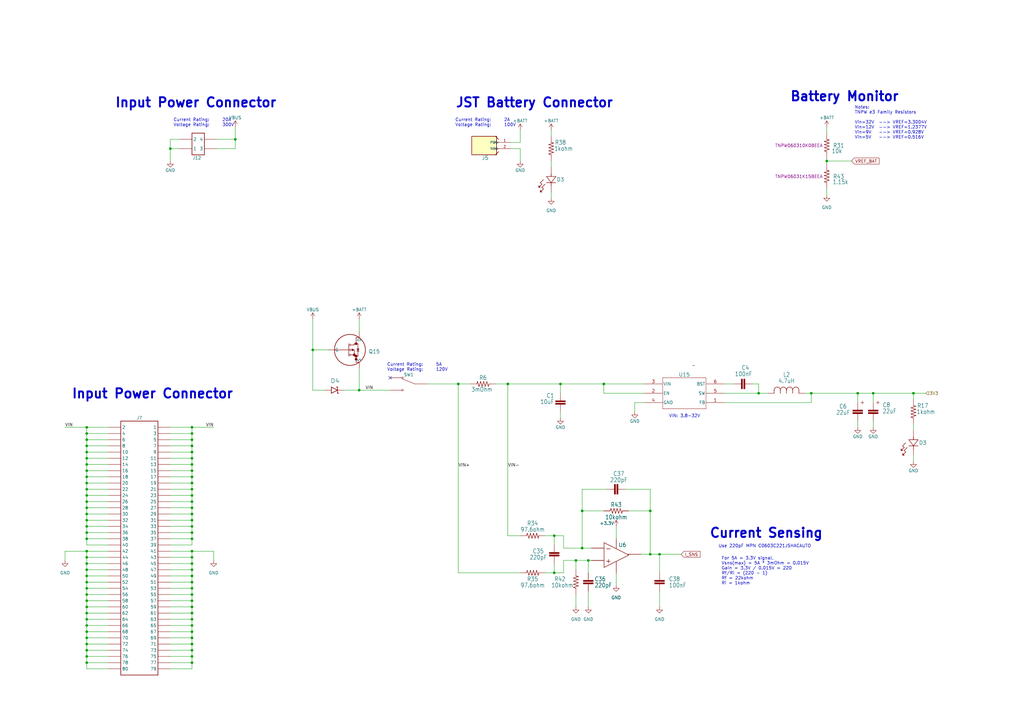
<source format=kicad_sch>
(kicad_sch (version 20230121) (generator eeschema)
  (paper "A3")
  (title_block (title "Input Power") (date "2024-06-15") (rev "2") (company "B. Lantau") (comment 1 "PN: 4D140-5008-004"))
  (lib_symbols
    (symbol "Custom_Microcontroller:2604-1102" (pin_numbers hide)
      (property "Reference" "J" (at 0 6.35 0))
      (symbol "2604-1102_1_0"
        (pin bidirectional line (at -7.62 2.54 0) (length 5.08) (name "1") (number "1"))
        (pin bidirectional line (at -7.62 -1.27 0) (length 5.08) (name "2") (number "2"))
        (pin bidirectional line (at 7.62 2.54 180) (length 5.08) (name "3") (number "3"))
        (pin bidirectional line (at 7.62 -1.27 180) (length 5.08) (name "4") (number "4"))
      )
    )
    (symbol "Custom_Microcontroller:AP63203WU-7" (pin_names (offset 0.254))
      (property "Reference" "U" (at 16.51 3.81 0))
      (symbol "AP63203WU-7_0_1"
        (pin passive line (at 33.02 -7.62 180) (length 7.62) (name "FB") (number "1"))
        (pin passive line (at 0 -3.81 0) (length 7.62) (name "EN") (number "2"))
        (pin passive line (at 0 0 0) (length 7.62) (name "VIN") (number "3"))
        (pin passive line (at 0 -7.62 0) (length 7.62) (name "GND") (number "4"))
        (pin passive line (at 33.02 -3.81 180) (length 7.62) (name "SW") (number "5"))
        (pin passive line (at 33.02 0 180) (length 7.62) (name "BST") (number "6"))
      )
    )
    (symbol "Custom_Microcontroller:C_0603_100nF" (pin_numbers hide) (pin_names hide)
      (property "Reference" "C" (at -0.8599 2.4455 0))
      (property "Value" "100nF" (at -2.54 -5.08 0))
      (symbol "C_0603_100nF_1_0"
        (pin passive line (at -3.81 0 0) (length 2.54) (name "1") (number "1"))
        (pin passive line (at 3.81 0 180) (length 2.54) (name "2") (number "2"))
      )
    )
    (symbol "Custom_Microcontroller:C_0603_10uF" (pin_numbers hide) (pin_names hide)
      (property "Reference" "C" (at -0.8599 2.4455 0))
      (property "Value" "10uF" (at -2.54 -5.08 0))
      (symbol "C_0603_10uF_1_0"
        (pin passive line (at -3.81 0 0) (length 2.54) (name "1") (number "1"))
        (pin passive line (at 3.81 0 180) (length 2.54) (name "2") (number "2"))
      )
    )
    (symbol "Custom_Microcontroller:C_0603_220pF" (pin_numbers hide) (pin_names hide)
      (property "Reference" "C" (at -0.8599 2.4455 0))
      (property "Value" "220pF" (at -2.0411 -4.699 0))
      (symbol "C_0603_220pF_1_0"
        (pin passive line (at -3.81 0 0) (length 2.54) (name "1") (number "1"))
        (pin passive line (at 3.81 0 180) (length 2.54) (name "2") (number "2"))
      )
    )
    (symbol "Custom_Microcontroller:C_1411_22uF" (pin_numbers hide) (pin_names hide)
      (property "Reference" "C" (at -0.763 5.1486 0))
      (property "Value" "22uF" (at -2.54 2.54 0))
      (symbol "C_1411_22uF_1_0"
        (pin passive line (at -3.81 0 0) (length 2.54) (name "1") (number "1"))
        (pin passive line (at 3.81 0 180) (length 2.54) (name "2") (number "2"))
      )
    )
    (symbol "Custom_Microcontroller:DF40C-80DP-0.4V(51)" (pin_numbers hide)
      (property "Reference" "J" (at -1.27 36.83 0))
      (symbol "DF40C-80DP-0.4V(51)_1_0"
        (pin bidirectional line (at 12.7 33.02 180) (length 5.08) (name "1") (number "1"))
        (pin bidirectional line (at -12.7 22.86 0) (length 5.08) (name "10") (number "10"))
        (pin bidirectional line (at 12.7 20.32 180) (length 5.08) (name "11") (number "11"))
        (pin bidirectional line (at -12.7 20.32 0) (length 5.08) (name "12") (number "12"))
        (pin bidirectional line (at 12.7 17.78 180) (length 5.08) (name "13") (number "13"))
        (pin bidirectional line (at -12.7 17.78 0) (length 5.08) (name "14") (number "14"))
        (pin bidirectional line (at 12.7 15.24 180) (length 5.08) (name "15") (number "15"))
        (pin bidirectional line (at -12.7 15.24 0) (length 5.08) (name "16") (number "16"))
        (pin bidirectional line (at 12.7 12.7 180) (length 5.08) (name "17") (number "17"))
        (pin bidirectional line (at -12.7 12.7 0) (length 5.08) (name "18") (number "18"))
        (pin bidirectional line (at 12.7 10.16 180) (length 5.08) (name "19") (number "19"))
        (pin bidirectional line (at -12.7 33.02 0) (length 5.08) (name "2") (number "2"))
        (pin bidirectional line (at -12.7 10.16 0) (length 5.08) (name "20") (number "20"))
        (pin bidirectional line (at 12.7 7.62 180) (length 5.08) (name "21") (number "21"))
        (pin bidirectional line (at -12.7 7.62 0) (length 5.08) (name "22") (number "22"))
        (pin bidirectional line (at 12.7 5.08 180) (length 5.08) (name "23") (number "23"))
        (pin bidirectional line (at -12.7 5.08 0) (length 5.08) (name "24") (number "24"))
        (pin bidirectional line (at 12.7 2.54 180) (length 5.08) (name "25") (number "25"))
        (pin bidirectional line (at -12.7 2.54 0) (length 5.08) (name "26") (number "26"))
        (pin bidirectional line (at 12.7 0 180) (length 5.08) (name "27") (number "27"))
        (pin bidirectional line (at -12.7 0 0) (length 5.08) (name "28") (number "28"))
        (pin bidirectional line (at 12.7 -2.54 180) (length 5.08) (name "29") (number "29"))
        (pin bidirectional line (at 12.7 30.48 180) (length 5.08) (name "3") (number "3"))
        (pin bidirectional line (at -12.7 -2.54 0) (length 5.08) (name "30") (number "30"))
        (pin bidirectional line (at 12.7 -5.08 180) (length 5.08) (name "31") (number "31"))
        (pin bidirectional line (at -12.7 -5.08 0) (length 5.08) (name "32") (number "32"))
        (pin bidirectional line (at 12.7 -7.62 180) (length 5.08) (name "33") (number "33"))
        (pin bidirectional line (at -12.7 -7.62 0) (length 5.08) (name "34") (number "34"))
        (pin bidirectional line (at 12.7 -10.16 180) (length 5.08) (name "35") (number "35"))
        (pin bidirectional line (at -12.7 -10.16 0) (length 5.08) (name "36") (number "36"))
        (pin bidirectional line (at 12.7 -12.7 180) (length 5.08) (name "37") (number "37"))
        (pin bidirectional line (at -12.7 -12.7 0) (length 5.08) (name "38") (number "38"))
        (pin bidirectional line (at 12.7 -15.24 180) (length 5.08) (name "39") (number "39"))
        (pin bidirectional line (at -12.7 30.48 0) (length 5.08) (name "4") (number "4"))
        (pin bidirectional line (at -12.7 -15.24 0) (length 5.08) (name "40") (number "40"))
        (pin bidirectional line (at 12.7 -17.78 180) (length 5.08) (name "41") (number "41"))
        (pin bidirectional line (at -12.7 -17.78 0) (length 5.08) (name "42") (number "42"))
        (pin bidirectional line (at 12.7 -20.32 180) (length 5.08) (name "43") (number "43"))
        (pin bidirectional line (at -12.7 -20.32 0) (length 5.08) (name "44") (number "44"))
        (pin bidirectional line (at 12.7 -22.86 180) (length 5.08) (name "45") (number "45"))
        (pin bidirectional line (at -12.7 -22.86 0) (length 5.08) (name "46") (number "46"))
        (pin bidirectional line (at 12.7 -25.4 180) (length 5.08) (name "47") (number "47"))
        (pin bidirectional line (at -12.7 -25.4 0) (length 5.08) (name "48") (number "48"))
        (pin bidirectional line (at 12.7 -27.94 180) (length 5.08) (name "49") (number "49"))
        (pin bidirectional line (at 12.7 27.94 180) (length 5.08) (name "5") (number "5"))
        (pin bidirectional line (at -12.7 -27.94 0) (length 5.08) (name "50") (number "50"))
        (pin bidirectional line (at 12.7 -30.48 180) (length 5.08) (name "51") (number "51"))
        (pin bidirectional line (at -12.7 -30.48 0) (length 5.08) (name "52") (number "52"))
        (pin bidirectional line (at 12.7 -33.02 180) (length 5.08) (name "53") (number "53"))
        (pin bidirectional line (at -12.7 -33.02 0) (length 5.08) (name "54") (number "54"))
        (pin bidirectional line (at 12.7 -35.56 180) (length 5.08) (name "55") (number "55"))
        (pin bidirectional line (at -12.7 -35.56 0) (length 5.08) (name "56") (number "56"))
        (pin bidirectional line (at 12.7 -38.1 180) (length 5.08) (name "57") (number "57"))
        (pin bidirectional line (at -12.7 -38.1 0) (length 5.08) (name "58") (number "58"))
        (pin bidirectional line (at 12.7 -40.64 180) (length 5.08) (name "59") (number "59"))
        (pin bidirectional line (at -12.7 27.94 0) (length 5.08) (name "6") (number "6"))
        (pin bidirectional line (at -12.7 -40.64 0) (length 5.08) (name "60") (number "60"))
        (pin bidirectional line (at 12.7 -43.18 180) (length 5.08) (name "61") (number "61"))
        (pin bidirectional line (at -12.7 -43.18 0) (length 5.08) (name "62") (number "62"))
        (pin bidirectional line (at 12.7 -45.72 180) (length 5.08) (name "63") (number "63"))
        (pin bidirectional line (at -12.7 -45.72 0) (length 5.08) (name "64") (number "64"))
        (pin bidirectional line (at 12.7 -48.26 180) (length 5.08) (name "65") (number "65"))
        (pin bidirectional line (at -12.7 -48.26 0) (length 5.08) (name "66") (number "66"))
        (pin bidirectional line (at 12.7 -50.8 180) (length 5.08) (name "67") (number "67"))
        (pin bidirectional line (at -12.7 -50.8 0) (length 5.08) (name "68") (number "68"))
        (pin bidirectional line (at 12.7 -53.34 180) (length 5.08) (name "69") (number "69"))
        (pin bidirectional line (at 12.7 25.4 180) (length 5.08) (name "7") (number "7"))
        (pin bidirectional line (at -12.7 -53.34 0) (length 5.08) (name "70") (number "70"))
        (pin bidirectional line (at 12.7 -55.88 180) (length 5.08) (name "71") (number "71"))
        (pin bidirectional line (at -12.7 -55.88 0) (length 5.08) (name "72") (number "72"))
        (pin bidirectional line (at 12.7 -58.42 180) (length 5.08) (name "73") (number "73"))
        (pin bidirectional line (at -12.7 -58.42 0) (length 5.08) (name "74") (number "74"))
        (pin bidirectional line (at 12.7 -60.96 180) (length 5.08) (name "75") (number "75"))
        (pin bidirectional line (at -12.7 -60.96 0) (length 5.08) (name "76") (number "76"))
        (pin bidirectional line (at 12.7 -63.5 180) (length 5.08) (name "77") (number "77"))
        (pin bidirectional line (at -12.7 -63.5 0) (length 5.08) (name "78") (number "78"))
        (pin bidirectional line (at 12.7 -66.04 180) (length 5.08) (name "79") (number "79"))
        (pin bidirectional line (at -12.7 25.4 0) (length 5.08) (name "8") (number "8"))
        (pin bidirectional line (at -12.7 -66.04 0) (length 5.08) (name "80") (number "80"))
        (pin bidirectional line (at 12.7 22.86 180) (length 5.08) (name "9") (number "9"))
      )
    )
    (symbol "Custom_Microcontroller:DMP3099L-7" (pin_numbers hide) (pin_names (offset 0.254))
      (property "Reference" "Q" (at 0 10.16 0))
      (symbol "DMP3099L-7_0_1"
        (pin passive line (at -8.89 0 0) (length 2.54) (name "G") (number "1"))
        (pin passive line (at 3.81 -7.62 90) (length 2.54) (name "S") (number "2"))
        (pin passive line (at 3.81 7.62 270) (length 2.54) (name "D") (number "3"))
      )
    )
    (symbol "Custom_Microcontroller:LED_0603_Orange" (pin_numbers hide) (pin_names hide)
      (property "Reference" "D" (at 0 5.08 0))
      (symbol "LED_0603_Orange_1_1"
        (pin passive line (at 5.08 0 180) (length 2.54) (name "1") (number "1"))
        (pin passive line (at -5.08 0 0) (length 2.54) (name "2") (number "2"))
      )
    )
    (symbol "Custom_Microcontroller:L_0603_4.7uH_0530CDMC" (pin_numbers hide) (pin_names hide)
      (property "Reference" "L" (at -0.3447 3.2395 0))
      (property "Value" "4.7uH" (at -3.81 -3.81 0))
      (symbol "L_0603_4.7uH_0530CDMC_1_0"
        (pin passive line (at -7.62 0 0) (length 2.54) (name "1") (number "1"))
        (pin passive line (at 7.62 0 180) (length 2.54) (name "2") (number "2"))
      )
    )
    (symbol "Custom_Microcontroller:R_0603" (pin_numbers hide) (pin_names hide)
      (property "Reference" "R" (at -0.8054 1.519 0))
      (symbol "R_0603_1_0"
        (pin passive line (at -5.08 0 0) (length 2.54) (name "1") (number "1"))
        (pin passive line (at 5.08 0 180) (length 2.54) (name "2") (number "2"))
      )
    )
    (symbol "Custom_Microcontroller:R_0603_10kohm" (pin_numbers hide) (pin_names hide)
      (property "Reference" "R" (at -0.8054 1.519 0))
      (property "Value" "10kohm" (at -3.81 -3.81 0))
      (symbol "R_0603_10kohm_1_0"
        (pin passive line (at -5.08 0 0) (length 2.54) (name "1") (number "1"))
        (pin passive line (at 5.08 0 180) (length 2.54) (name "2") (number "2"))
      )
    )
    (symbol "Custom_Microcontroller:R_0603_1kohm" (pin_numbers hide) (pin_names hide)
      (property "Reference" "R" (at -0.8054 1.519 0))
      (property "Value" "1kohm" (at -3.81 -3.81 0))
      (symbol "R_0603_1kohm_1_0"
        (pin passive line (at -5.08 0 0) (length 2.54) (name "1") (number "1"))
        (pin passive line (at 5.08 0 180) (length 2.54) (name "2") (number "2"))
      )
    )
    (symbol "Custom_Microcontroller:S2B-PH-K-S" (pin_names (offset 0.254))
      (property "Reference" "J" (at 10.16 3.81 0))
      (symbol "S2B-PH-K-S_0_0"
        (pin passive line (at 0 0 0) (length 5.08) (name "POS") (number "1"))
        (pin passive line (at 0 -2.54 0) (length 5.08) (name "NEG") (number "2"))
      )
      (symbol "S2B-PH-K-S_1_2"
        (pin unspecified line (at 0 0 0) (length 5.08) (name "1") (number "1"))
        (pin unspecified line (at 0 -2.54 0) (length 5.08) (name "2") (number "2"))
      )
    )
    (symbol "Custom_Microcontroller:SK54AHE3-LTP" (pin_numbers hide) (pin_names hide)
      (property "Reference" "D" (at -1.27 1.27 0))
      (symbol "SK54AHE3-LTP_1_0"
        (pin passive line (at 2.54 0 180) (length 2.54) (name "1") (number "1"))
        (pin passive line (at -5.08 0 0) (length 2.54) (name "2") (number "2"))
      )
    )
    (symbol "Custom_Microcontroller:SW_500SSP1S1M6QEA" (pin_numbers hide) (pin_names (offset 1.016) hide)
      (property "Reference" "SW" (at 0 3.81 0))
      (symbol "SW_500SSP1S1M6QEA_0_0"
        (pin passive line (at 7.62 2.54 180) (length 2.54) (name "~") (number "1"))
        (pin passive line (at -7.62 0 0) (length 2.54) (name "~") (number "2"))
        (pin passive line (at 7.62 -2.54 180) (length 2.54) (name "~") (number "3"))
      )
    )
    (symbol "LVDC-Remake:R_1206_3mOhm" (pin_numbers hide) (pin_names hide)
      (property "Reference" "R" (at -0.7749 1.7058 0))
      (property "Value" "3mOhm" (at -4.0572 -3.7615 0))
      (symbol "R_1206_3mOhm_1_0"
        (pin passive line (at -5.08 0 0) (length 2.54) (name "1") (number "1"))
        (pin passive line (at 5.08 0 180) (length 2.54) (name "2") (number "2"))
      )
    )
    (symbol "LVDC-Remake:R_1206_97.6ohm_RK73H" (pin_numbers hide) (pin_names hide)
      (property "Reference" "R" (at -0.7749 1.7058 0))
      (property "Value" "97.6ohm" (at -4.0572 -3.7615 0))
      (symbol "R_1206_97.6ohm_RK73H_1_0"
        (pin passive line (at -5.08 0 0) (length 2.54) (name "1") (number "1"))
        (pin passive line (at 5.08 0 180) (length 2.54) (name "2") (number "2"))
      )
    )
    (symbol "LVDC-Remake:TLV170IDBVR" (pin_numbers hide) (pin_names (offset 0.254) hide)
      (property "Reference" "U" (at 0 5.08 0))
      (symbol "TLV170IDBVR_0_1"
        (pin passive line (at 11.43 0 180) (length 5.588) (name "OUT") (number "1"))
        (pin passive line (at 1.27 -7.62 90) (length 4.572) (name "V-") (number "2"))
        (pin passive line (at -8.89 -2.54 0) (length 5.08) (name "IN+") (number "3"))
        (pin passive line (at -8.89 2.54 0) (length 5.08) (name "IN-") (number "4"))
        (pin passive line (at 1.27 6.35 270) (length 4.064) (name "V+") (number "5"))
      )
    )
    (symbol "power:+3.3V" (power) (pin_names (offset 0))
      (property "Value" "+3.3V" (at 0 3.556 0))
      (symbol "+3.3V_1_1"
        (pin power_in line (at 0 0 90) (length 0) hide (name "+3.3V") (number "1"))
      )
    )
    (symbol "power:+BATT" (power) (pin_names (offset 0))
      (property "Value" "+BATT" (at 0 3.556 0))
      (symbol "+BATT_1_1"
        (pin power_in line (at 0 0 90) (length 0) hide (name "+BATT") (number "1"))
      )
    )
    (symbol "power:GND" (power) (pin_names (offset 0))
      (property "Value" "GND" (at 0 -3.81 0))
      (symbol "GND_1_1"
        (pin power_in line (at 0 0 270) (length 0) hide (name "GND") (number "1"))
      )
    )
    (symbol "power:VBUS" (power) (pin_names (offset 0))
      (property "Value" "VBUS" (at 0 3.81 0))
      (symbol "VBUS_1_1"
        (pin power_in line (at 0 0 90) (length 0) hide (name "VBUS") (number "1"))
      )
    )
  )
  (junction (at 35.56 182.88))
  (junction (at 35.56 193.04))
  (junction (at 78.74 266.7))
  (junction (at 78.74 200.66))
  (junction (at 238.76 209.55))
  (junction (at 78.74 205.74))
  (junction (at 78.74 215.9))
  (junction (at 241.3 229.87))
  (junction (at 35.56 254))
  (junction (at 35.56 264.16))
  (junction (at 78.74 210.82))
  (junction (at 78.74 241.3))
  (junction (at 78.74 246.38))
  (junction (at 78.74 185.42))
  (junction (at 78.74 177.8))
  (junction (at 35.56 198.12))
  (junction (at 332.74 161.29))
  (junction (at 78.74 259.08))
  (junction (at 35.56 238.76))
  (junction (at 35.56 187.96))
  (junction (at 358.14 161.29))
  (junction (at 35.56 241.3))
  (junction (at 35.56 246.38))
  (junction (at 35.56 203.2))
  (junction (at 78.74 248.92))
  (junction (at 35.56 226.06))
  (junction (at 35.56 228.6))
  (junction (at 78.74 269.24))
  (junction (at 78.74 243.84))
  (junction (at 35.56 269.24))
  (junction (at 227.33 234.95))
  (junction (at 78.74 256.54))
  (junction (at 78.74 208.28))
  (junction (at 78.74 203.2))
  (junction (at 78.74 254))
  (junction (at 78.74 193.04))
  (junction (at 128.27 143.51))
  (junction (at 78.74 195.58))
  (junction (at 78.74 251.46))
  (junction (at 35.56 231.14))
  (junction (at 35.56 208.28))
  (junction (at 266.7 227.33))
  (junction (at 311.15 161.29))
  (junction (at 78.74 175.26))
  (junction (at 78.74 218.44))
  (junction (at 35.56 248.92))
  (junction (at 187.96 157.48))
  (junction (at 78.74 261.62))
  (junction (at 78.74 264.16))
  (junction (at 78.74 228.6))
  (junction (at 35.56 215.9))
  (junction (at 35.56 213.36))
  (junction (at 208.28 157.48))
  (junction (at 78.74 226.06))
  (junction (at 69.85 60.96))
  (junction (at 35.56 266.7))
  (junction (at 229.87 157.48))
  (junction (at 35.56 236.22))
  (junction (at 35.56 190.5))
  (junction (at 35.56 200.66))
  (junction (at 78.74 236.22))
  (junction (at 266.7 209.55))
  (junction (at 78.74 198.12))
  (junction (at 78.74 271.78))
  (junction (at 78.74 213.36))
  (junction (at 35.56 175.26))
  (junction (at 247.65 157.48))
  (junction (at 78.74 182.88))
  (junction (at 78.74 238.76))
  (junction (at 35.56 261.62))
  (junction (at 35.56 205.74))
  (junction (at 35.56 195.58))
  (junction (at 78.74 233.68))
  (junction (at 227.33 219.71))
  (junction (at 78.74 190.5))
  (junction (at 35.56 251.46))
  (junction (at 35.56 220.98))
  (junction (at 35.56 256.54))
  (junction (at 35.56 210.82))
  (junction (at 35.56 259.08))
  (junction (at 35.56 185.42))
  (junction (at 35.56 218.44))
  (junction (at 351.79 161.29))
  (junction (at 35.56 180.34))
  (junction (at 374.65 161.29))
  (junction (at 78.74 220.98))
  (junction (at 270.51 227.33))
  (junction (at 339.09 66.04))
  (junction (at 238.76 224.79))
  (junction (at 96.52 57.15))
  (junction (at 78.74 180.34))
  (junction (at 35.56 233.68))
  (junction (at 78.74 231.14))
  (junction (at 147.32 160.02))
  (junction (at 78.74 187.96))
  (junction (at 35.56 243.84))
  (junction (at 236.22 229.87))
  (junction (at 35.56 177.8))
  (junction (at 35.56 271.78))
  (no_connect (at 160.02 154.94))
  (wire (pts (xy 69.85 185.42) (xy 78.74 185.42)))
  (wire (pts (xy 297.18 161.29) (xy 311.15 161.29)))
  (wire (pts (xy 96.52 57.15) (xy 96.52 60.96)))
  (wire (pts (xy 35.56 195.58) (xy 35.56 198.12)))
  (wire (pts (xy 35.56 226.06) (xy 44.45 226.06)))
  (wire (pts (xy 78.74 220.98) (xy 78.74 223.52)))
  (wire (pts (xy 78.74 213.36) (xy 78.74 215.9)))
  (wire (pts (xy 35.56 215.9) (xy 35.56 218.44)))
  (wire (pts (xy 311.15 157.48) (xy 311.15 161.29)))
  (wire (pts (xy 374.65 161.29) (xy 374.65 163.83)))
  (wire (pts (xy 35.56 266.7) (xy 35.56 269.24)))
  (wire (pts (xy 297.18 157.48) (xy 300.99 157.48)))
  (wire (pts (xy 78.74 226.06) (xy 78.74 228.6)))
  (wire (pts (xy 69.85 271.78) (xy 78.74 271.78)))
  (wire (pts (xy 69.85 274.32) (xy 78.74 274.32)))
  (wire (pts (xy 351.79 161.29) (xy 351.79 165.1)))
  (wire (pts (xy 238.76 209.55) (xy 247.65 209.55)))
  (wire (pts (xy 147.32 160.02) (xy 147.32 151.13)))
  (wire (pts (xy 69.85 266.7) (xy 78.74 266.7)))
  (wire (pts (xy 69.85 238.76) (xy 78.74 238.76)))
  (wire (pts (xy 69.85 187.96) (xy 78.74 187.96)))
  (wire (pts (xy 35.56 175.26) (xy 44.45 175.26)))
  (wire (pts (xy 227.33 219.71) (xy 227.33 223.52)))
  (wire (pts (xy 35.56 177.8) (xy 35.56 180.34)))
  (wire (pts (xy 44.45 243.84) (xy 35.56 243.84)))
  (wire (pts (xy 44.45 241.3) (xy 35.56 241.3)))
  (wire (pts (xy 358.14 161.29) (xy 374.65 161.29)))
  (wire (pts (xy 140.97 160.02) (xy 147.32 160.02)))
  (wire (pts (xy 203.2 157.48) (xy 208.28 157.48)))
  (wire (pts (xy 69.85 243.84) (xy 78.74 243.84)))
  (wire (pts (xy 374.65 161.29) (xy 379.73 161.29)))
  (wire (pts (xy 128.27 130.81) (xy 128.27 143.51)))
  (wire (pts (xy 78.74 203.2) (xy 78.74 205.74)))
  (wire (pts (xy 69.85 180.34) (xy 78.74 180.34)))
  (wire (pts (xy 69.85 223.52) (xy 78.74 223.52)))
  (wire (pts (xy 35.56 256.54) (xy 35.56 259.08)))
  (wire (pts (xy 247.65 161.29) (xy 247.65 157.48)))
  (wire (pts (xy 213.36 60.96) (xy 209.55 60.96)))
  (wire (pts (xy 35.56 261.62) (xy 35.56 264.16)))
  (wire (pts (xy 78.74 210.82) (xy 78.74 213.36)))
  (wire (pts (xy 260.35 165.1) (xy 260.35 168.91)))
  (wire (pts (xy 96.52 52.07) (xy 96.52 57.15)))
  (wire (pts (xy 229.87 157.48) (xy 247.65 157.48)))
  (wire (pts (xy 226.06 66.04) (xy 226.06 68.58)))
  (wire (pts (xy 78.74 187.96) (xy 78.74 190.5)))
  (wire (pts (xy 78.74 215.9) (xy 78.74 218.44)))
  (wire (pts (xy 351.79 161.29) (xy 358.14 161.29)))
  (wire (pts (xy 187.96 234.95) (xy 213.36 234.95)))
  (wire (pts (xy 44.45 215.9) (xy 35.56 215.9)))
  (wire (pts (xy 374.65 173.99) (xy 374.65 176.53)))
  (wire (pts (xy 213.36 58.42) (xy 213.36 53.34)))
  (wire (pts (xy 35.56 228.6) (xy 35.56 231.14)))
  (wire (pts (xy 35.56 246.38) (xy 35.56 248.92)))
  (wire (pts (xy 44.45 261.62) (xy 35.56 261.62)))
  (wire (pts (xy 242.57 229.87) (xy 241.3 229.87)))
  (wire (pts (xy 339.09 66.04) (xy 349.25 66.04)))
  (wire (pts (xy 69.85 213.36) (xy 78.74 213.36)))
  (wire (pts (xy 69.85 205.74) (xy 78.74 205.74)))
  (wire (pts (xy 69.85 220.98) (xy 78.74 220.98)))
  (wire (pts (xy 248.92 200.66) (xy 238.76 200.66)))
  (wire (pts (xy 128.27 160.02) (xy 133.35 160.02)))
  (wire (pts (xy 44.45 236.22) (xy 35.56 236.22)))
  (wire (pts (xy 44.45 218.44) (xy 35.56 218.44)))
  (wire (pts (xy 339.09 66.04) (xy 339.09 67.31)))
  (wire (pts (xy 78.74 195.58) (xy 78.74 198.12)))
  (wire (pts (xy 44.45 251.46) (xy 35.56 251.46)))
  (wire (pts (xy 78.74 256.54) (xy 78.74 259.08)))
  (wire (pts (xy 339.09 52.07) (xy 339.09 54.61)))
  (wire (pts (xy 78.74 246.38) (xy 78.74 248.92)))
  (wire (pts (xy 78.74 241.3) (xy 78.74 243.84)))
  (wire (pts (xy 69.85 203.2) (xy 78.74 203.2)))
  (wire (pts (xy 78.74 200.66) (xy 78.74 203.2)))
  (wire (pts (xy 69.85 241.3) (xy 78.74 241.3)))
  (wire (pts (xy 69.85 60.96) (xy 73.66 60.96)))
  (wire (pts (xy 44.45 190.5) (xy 35.56 190.5)))
  (wire (pts (xy 78.74 264.16) (xy 78.74 266.7)))
  (wire (pts (xy 44.45 264.16) (xy 35.56 264.16)))
  (wire (pts (xy 44.45 271.78) (xy 35.56 271.78)))
  (wire (pts (xy 35.56 190.5) (xy 35.56 193.04)))
  (wire (pts (xy 226.06 53.34) (xy 226.06 55.88)))
  (wire (pts (xy 266.7 200.66) (xy 266.7 209.55)))
  (wire (pts (xy 339.09 77.47) (xy 339.09 80.01)))
  (wire (pts (xy 241.3 229.87) (xy 241.3 234.95)))
  (wire (pts (xy 44.45 195.58) (xy 35.56 195.58)))
  (wire (pts (xy 44.45 256.54) (xy 35.56 256.54)))
  (wire (pts (xy 226.06 78.74) (xy 226.06 81.28)))
  (wire (pts (xy 87.63 226.06) (xy 87.63 229.87)))
  (wire (pts (xy 44.45 208.28) (xy 35.56 208.28)))
  (wire (pts (xy 78.74 236.22) (xy 78.74 238.76)))
  (wire (pts (xy 187.96 157.48) (xy 193.04 157.48)))
  (wire (pts (xy 44.45 187.96) (xy 35.56 187.96)))
  (wire (pts (xy 236.22 229.87) (xy 236.22 233.68)))
  (wire (pts (xy 69.85 177.8) (xy 78.74 177.8)))
  (wire (pts (xy 35.56 269.24) (xy 35.56 271.78)))
  (wire (pts (xy 44.45 269.24) (xy 35.56 269.24)))
  (wire (pts (xy 270.51 227.33) (xy 270.51 234.95)))
  (wire (pts (xy 69.85 261.62) (xy 78.74 261.62)))
  (wire (pts (xy 26.67 226.06) (xy 35.56 226.06)))
  (wire (pts (xy 69.85 218.44) (xy 78.74 218.44)))
  (wire (pts (xy 330.2 161.29) (xy 332.74 161.29)))
  (wire (pts (xy 69.85 226.06) (xy 78.74 226.06)))
  (wire (pts (xy 266.7 209.55) (xy 266.7 227.33)))
  (wire (pts (xy 44.45 182.88) (xy 35.56 182.88)))
  (wire (pts (xy 35.56 251.46) (xy 35.56 254)))
  (wire (pts (xy 35.56 233.68) (xy 35.56 236.22)))
  (wire (pts (xy 35.56 180.34) (xy 35.56 182.88)))
  (wire (pts (xy 35.56 243.84) (xy 35.56 246.38)))
  (wire (pts (xy 311.15 161.29) (xy 314.96 161.29)))
  (wire (pts (xy 44.45 198.12) (xy 35.56 198.12)))
  (wire (pts (xy 69.85 210.82) (xy 78.74 210.82)))
  (wire (pts (xy 175.26 157.48) (xy 187.96 157.48)))
  (wire (pts (xy 69.85 246.38) (xy 78.74 246.38)))
  (wire (pts (xy 69.85 182.88) (xy 78.74 182.88)))
  (wire (pts (xy 264.16 165.1) (xy 260.35 165.1)))
  (wire (pts (xy 238.76 224.79) (xy 242.57 224.79)))
  (wire (pts (xy 35.56 213.36) (xy 35.56 215.9)))
  (wire (pts (xy 69.85 57.15) (xy 69.85 60.96)))
  (wire (pts (xy 78.74 175.26) (xy 87.63 175.26)))
  (wire (pts (xy 35.56 248.92) (xy 35.56 251.46)))
  (wire (pts (xy 35.56 228.6) (xy 44.45 228.6)))
  (wire (pts (xy 35.56 231.14) (xy 35.56 233.68)))
  (wire (pts (xy 358.14 161.29) (xy 358.14 165.1)))
  (wire (pts (xy 35.56 259.08) (xy 35.56 261.62)))
  (wire (pts (xy 78.74 243.84) (xy 78.74 246.38)))
  (wire (pts (xy 223.52 219.71) (xy 227.33 219.71)))
  (wire (pts (xy 69.85 259.08) (xy 78.74 259.08)))
  (wire (pts (xy 252.73 234.95) (xy 252.73 240.03)))
  (wire (pts (xy 78.74 248.92) (xy 78.74 251.46)))
  (wire (pts (xy 78.74 228.6) (xy 78.74 231.14)))
  (wire (pts (xy 35.56 198.12) (xy 35.56 200.66)))
  (wire (pts (xy 35.56 223.52) (xy 44.45 223.52)))
  (wire (pts (xy 35.56 271.78) (xy 35.56 274.32)))
  (wire (pts (xy 147.32 160.02) (xy 160.02 160.02)))
  (wire (pts (xy 78.74 198.12) (xy 78.74 200.66)))
  (wire (pts (xy 69.85 236.22) (xy 78.74 236.22)))
  (wire (pts (xy 35.56 218.44) (xy 35.56 220.98)))
  (wire (pts (xy 332.74 161.29) (xy 332.74 165.1)))
  (wire (pts (xy 78.74 205.74) (xy 78.74 208.28)))
  (wire (pts (xy 44.45 274.32) (xy 35.56 274.32)))
  (wire (pts (xy 241.3 229.87) (xy 236.22 229.87)))
  (wire (pts (xy 78.74 231.14) (xy 78.74 233.68)))
  (wire (pts (xy 78.74 259.08) (xy 78.74 261.62)))
  (wire (pts (xy 69.85 248.92) (xy 78.74 248.92)))
  (wire (pts (xy 69.85 231.14) (xy 78.74 231.14)))
  (wire (pts (xy 44.45 248.92) (xy 35.56 248.92)))
  (wire (pts (xy 69.85 251.46) (xy 78.74 251.46)))
  (wire (pts (xy 44.45 200.66) (xy 35.56 200.66)))
  (wire (pts (xy 78.74 233.68) (xy 78.74 236.22)))
  (wire (pts (xy 223.52 234.95) (xy 227.33 234.95)))
  (wire (pts (xy 236.22 243.84) (xy 236.22 248.92)))
  (wire (pts (xy 78.74 193.04) (xy 78.74 195.58)))
  (wire (pts (xy 208.28 219.71) (xy 213.36 219.71)))
  (wire (pts (xy 229.87 168.91) (xy 229.87 171.45)))
  (wire (pts (xy 308.61 157.48) (xy 311.15 157.48)))
  (wire (pts (xy 69.85 60.96) (xy 69.85 66.04)))
  (wire (pts (xy 35.56 203.2) (xy 35.56 205.74)))
  (wire (pts (xy 35.56 231.14) (xy 44.45 231.14)))
  (wire (pts (xy 26.67 175.26) (xy 35.56 175.26)))
  (wire (pts (xy 44.45 259.08) (xy 35.56 259.08)))
  (wire (pts (xy 227.33 231.14) (xy 227.33 234.95)))
  (wire (pts (xy 44.45 266.7) (xy 35.56 266.7)))
  (wire (pts (xy 187.96 157.48) (xy 187.96 234.95)))
  (wire (pts (xy 69.85 200.66) (xy 78.74 200.66)))
  (wire (pts (xy 44.45 238.76) (xy 35.56 238.76)))
  (wire (pts (xy 35.56 254) (xy 35.56 256.54)))
  (wire (pts (xy 236.22 229.87) (xy 231.14 229.87)))
  (wire (pts (xy 69.85 208.28) (xy 78.74 208.28)))
  (wire (pts (xy 241.3 242.57) (xy 241.3 248.92)))
  (wire (pts (xy 35.56 241.3) (xy 35.56 243.84)))
  (wire (pts (xy 78.74 180.34) (xy 78.74 182.88)))
  (wire (pts (xy 78.74 261.62) (xy 78.74 264.16)))
  (wire (pts (xy 88.9 57.15) (xy 96.52 57.15)))
  (wire (pts (xy 231.14 224.79) (xy 238.76 224.79)))
  (wire (pts (xy 78.74 190.5) (xy 78.74 193.04)))
  (wire (pts (xy 44.45 233.68) (xy 35.56 233.68)))
  (wire (pts (xy 69.85 198.12) (xy 78.74 198.12)))
  (wire (pts (xy 78.74 175.26) (xy 78.74 177.8)))
  (wire (pts (xy 35.56 226.06) (xy 35.56 228.6)))
  (wire (pts (xy 208.28 157.48) (xy 229.87 157.48)))
  (wire (pts (xy 208.28 157.48) (xy 208.28 219.71)))
  (wire (pts (xy 78.74 238.76) (xy 78.74 241.3)))
  (wire (pts (xy 69.85 175.26) (xy 78.74 175.26)))
  (wire (pts (xy 227.33 234.95) (xy 231.14 234.95)))
  (wire (pts (xy 78.74 208.28) (xy 78.74 210.82)))
  (wire (pts (xy 238.76 209.55) (xy 238.76 224.79)))
  (wire (pts (xy 252.73 215.9) (xy 252.73 220.98)))
  (wire (pts (xy 35.56 185.42) (xy 35.56 187.96)))
  (wire (pts (xy 69.85 57.15) (xy 73.66 57.15)))
  (wire (pts (xy 69.85 254) (xy 78.74 254)))
  (wire (pts (xy 44.45 180.34) (xy 35.56 180.34)))
  (wire (pts (xy 69.85 215.9) (xy 78.74 215.9)))
  (wire (pts (xy 35.56 238.76) (xy 35.56 241.3)))
  (wire (pts (xy 270.51 227.33) (xy 279.4 227.33)))
  (wire (pts (xy 35.56 264.16) (xy 35.56 266.7)))
  (wire (pts (xy 209.55 58.42) (xy 213.36 58.42)))
  (wire (pts (xy 213.36 60.96) (xy 213.36 66.04)))
  (wire (pts (xy 231.14 229.87) (xy 231.14 234.95)))
  (wire (pts (xy 78.74 182.88) (xy 78.74 185.42)))
  (wire (pts (xy 78.74 269.24) (xy 78.74 271.78)))
  (wire (pts (xy 266.7 227.33) (xy 270.51 227.33)))
  (wire (pts (xy 44.45 246.38) (xy 35.56 246.38)))
  (wire (pts (xy 227.33 219.71) (xy 231.14 219.71)))
  (wire (pts (xy 78.74 218.44) (xy 78.74 220.98)))
  (wire (pts (xy 78.74 254) (xy 78.74 256.54)))
  (wire (pts (xy 35.56 210.82) (xy 35.56 213.36)))
  (wire (pts (xy 88.9 60.96) (xy 96.52 60.96)))
  (wire (pts (xy 35.56 205.74) (xy 35.56 208.28)))
  (wire (pts (xy 247.65 157.48) (xy 264.16 157.48)))
  (wire (pts (xy 69.85 256.54) (xy 78.74 256.54)))
  (wire (pts (xy 44.45 203.2) (xy 35.56 203.2)))
  (wire (pts (xy 297.18 165.1) (xy 332.74 165.1)))
  (wire (pts (xy 147.32 130.81) (xy 147.32 135.89)))
  (wire (pts (xy 44.45 205.74) (xy 35.56 205.74)))
  (wire (pts (xy 44.45 254) (xy 35.56 254)))
  (wire (pts (xy 247.65 161.29) (xy 264.16 161.29)))
  (wire (pts (xy 351.79 172.72) (xy 351.79 175.26)))
  (wire (pts (xy 69.85 190.5) (xy 78.74 190.5)))
  (wire (pts (xy 231.14 219.71) (xy 231.14 224.79)))
  (wire (pts (xy 35.56 220.98) (xy 35.56 223.52)))
  (wire (pts (xy 78.74 271.78) (xy 78.74 274.32)))
  (wire (pts (xy 69.85 193.04) (xy 78.74 193.04)))
  (wire (pts (xy 339.09 64.77) (xy 339.09 66.04)))
  (wire (pts (xy 35.56 187.96) (xy 35.56 190.5)))
  (wire (pts (xy 266.7 209.55) (xy 257.81 209.55)))
  (wire (pts (xy 78.74 251.46) (xy 78.74 254)))
  (wire (pts (xy 270.51 242.57) (xy 270.51 248.92)))
  (wire (pts (xy 78.74 226.06) (xy 87.63 226.06)))
  (wire (pts (xy 69.85 264.16) (xy 78.74 264.16)))
  (wire (pts (xy 78.74 185.42) (xy 78.74 187.96)))
  (wire (pts (xy 332.74 161.29) (xy 351.79 161.29)))
  (wire (pts (xy 229.87 157.48) (xy 229.87 161.29)))
  (wire (pts (xy 78.74 266.7) (xy 78.74 269.24)))
  (wire (pts (xy 262.89 227.33) (xy 266.7 227.33)))
  (wire (pts (xy 44.45 177.8) (xy 35.56 177.8)))
  (wire (pts (xy 78.74 177.8) (xy 78.74 180.34)))
  (wire (pts (xy 69.85 269.24) (xy 78.74 269.24)))
  (wire (pts (xy 35.56 208.28) (xy 35.56 210.82)))
  (wire (pts (xy 35.56 236.22) (xy 35.56 238.76)))
  (wire (pts (xy 44.45 193.04) (xy 35.56 193.04)))
  (wire (pts (xy 26.67 226.06) (xy 26.67 229.87)))
  (wire (pts (xy 35.56 175.26) (xy 35.56 177.8)))
  (wire (pts (xy 69.85 233.68) (xy 78.74 233.68)))
  (wire (pts (xy 35.56 182.88) (xy 35.56 185.42)))
  (wire (pts (xy 35.56 193.04) (xy 35.56 195.58)))
  (wire (pts (xy 69.85 195.58) (xy 78.74 195.58)))
  (wire (pts (xy 44.45 185.42) (xy 35.56 185.42)))
  (wire (pts (xy 238.76 200.66) (xy 238.76 209.55)))
  (wire (pts (xy 128.27 143.51) (xy 128.27 160.02)))
  (wire (pts (xy 35.56 220.98) (xy 44.45 220.98)))
  (wire (pts (xy 69.85 228.6) (xy 78.74 228.6)))
  (wire (pts (xy 44.45 210.82) (xy 35.56 210.82)))
  (wire (pts (xy 35.56 200.66) (xy 35.56 203.2)))
  (wire (pts (xy 128.27 143.51) (xy 134.62 143.51)))
  (wire (pts (xy 44.45 213.36) (xy 35.56 213.36)))
  (wire (pts (xy 374.65 186.69) (xy 374.65 189.23)))
  (wire (pts (xy 358.14 172.72) (xy 358.14 175.26)))
  (wire (pts (xy 256.54 200.66) (xy 266.7 200.66)))
  (text "For 5A = 3.3V signal,\nVsns(max) = 5A * 3mOhm = 0.015V\nGain = 3.3V / 0.015V = 220\nRf/Ri = (220 - 1)\nRf = 22kohm\nRi = 1kohm" (at 295.91 240.03 0) (effects (font (size 1.27 1.27)) (justify left bottom)))
  (text "Use 220pF MPN C0603C221J5HACAUTO" (at 294.64 224.79 0) (effects (font (size 1.27 1.27)) (justify left bottom)))
  (text "Notes:\nTNPW e3 Family Resistors\n\nVin=32V	--> VREF=3.3004V\nVin=12V	--> VREF=1.2377V\nVin=9V	--> VREF=0.928V\nVin=5V	--> VREF=0.516V" (at 350.52 57.15 0) (effects (font (size 1.27 1.27)) (justify left bottom)))
  (text "Current Rating:	5A\nVoltage Rating:	120V" (at 158.75 152.4 0) (effects (font (size 1.27 1.27)) (justify left bottom)))
  (text "Battery Monitor" (at 323.85 41.91 0) (effects (font (size 3.81 3.81) (thickness 0.762) bold) (justify left bottom)))
  (text "VIN: 3.8-32V" (at 274.32 171.45 0) (effects (font (size 1.27 1.27)) (justify left bottom)))
  (text "Current Rating:	2A\nVoltage Rating:	100V" (at 186.69 52.07 0) (effects (font (size 1.27 1.27)) (justify left bottom)))
  (text "Current Rating:	20A\nVoltage Rating:	300V" (at 71.12 52.07 0) (effects (font (size 1.27 1.27)) (justify left bottom)))
  (text "JST Battery Connector" (at 186.69 44.45 0) (effects (font (size 3.81 3.81) (thickness 0.762) bold) (justify left bottom)))
  (text "Current Sensing" (at 290.83 220.98 0) (effects (font (size 3.81 3.81) (thickness 0.762) bold) (justify left bottom)))
  (text "Input Power Connector" (at 46.99 44.45 0) (effects (font (size 3.81 3.81) (thickness 0.762) bold) (justify left bottom)))
  (text "Input Power Connector" (at 29.21 163.83 0) (effects (font (size 3.81 3.81) (thickness 0.762) bold) (justify left bottom)))
  (label "VIN-" (at 208.28 191.77 0))
  (label "VIN" (at 149.86 160.02 0))
  (label "VIN" (at 26.67 175.26 0))
  (label "VIN" (at 87.63 175.26 180))
  (label "VIN+" (at 187.96 191.77 0))
  (global_label "I_SNS" (shape input) (at 279.4 227.33 0) (property "Intersheetrefs" "${INTERSHEET_REFS}" (effects hide)))
  (global_label "VREF_BAT" (shape input) (at 349.25 66.04 0) (property "Intersheetrefs" "${INTERSHEET_REFS}" (effects hide)))
  (hierarchical_label "3V3" (shape input) (at 379.73 161.29 0))
  (symbol (lib_id "Custom_Microcontroller:SK54AHE3-LTP") (at 138.43 160.02 0) (unit 1)
    (property "Reference" "D4" (at 137.4011 156.21 0) (effects (font (size 1.778 1.778))))
    (property "Footprint" "Custom_Microcontroller:SK54AHE3-LTP" (effects hide))
    (property "Datasheet" "https://www.mccsemi.com/pdf/Products/SK52AHE3-L-SK510AHE3-L(DO-214AC).pdf" (effects hide))
    (property "Part Number" "SK54AHE3-LTP" (effects hide))
    (instances (project "Espresso_Rev4" (path "" (reference "D4") (unit 1)) (path "" (reference "D6") (unit 1))))
  )
  (symbol (lib_id "power:VBUS") (at 96.52 52.07 0) (unit 1)
    (property "Reference" "#PWR05" (effects hide))
    (property "Value" "VBUS" (at 96.52 48.26 0))
    (instances (project "Espresso_Rev4" (path "" (reference "#PWR05") (unit 1)) (path "" (reference "#PWR0117") (unit 1))))
  )
  (symbol (lib_id "Custom_Microcontroller:R_0603_1kohm") (at 226.06 60.96 90) (unit 1)
    (property "Reference" "R38" (at 229.87 58.42 90) (effects (font (size 1.778 1.5113))))
    (property "Value" "1kohm" (at 231.14 60.96 90) (effects (font (size 1.778 1.5113))))
    (property "Footprint" "Custom_Microcontroller:R_0603" (effects hide))
    (property "Part Number" "RNCP0603FTD1K00" (effects hide))
  )
  (symbol (lib_id "power:GND") (at 358.14 175.26 0) (unit 1)
    (property "Reference" "#PWR03" (effects hide))
    (property "Value" "GND" (at 358.14 179.07 0))
    (instances (project "Espresso_Rev4" (path "" (reference "#PWR03") (unit 1)) (path "" (reference "#PWR0143") (unit 1))))
  )
  (symbol (lib_id "Custom_Microcontroller:L_0603_4.7uH_0530CDMC") (at 322.58 161.29 0) (unit 1)
    (property "Reference" "L2" (at 322.58 153.67 0) (effects (font (size 1.778 1.5113))))
    (property "Value" "4.7uH" (at 322.58 156.21 0) (effects (font (size 1.778 1.5113))))
    (property "Footprint" "Custom_Microcontroller:L_0530CDMC" (effects hide))
    (property "Datasheet" "https://products.sumida.com/products/pdf/0530CDMCCDS.pdf" (effects hide))
    (property "Part Number" "0530CDMCCDS-4R7MC" (effects hide))
  )
  (symbol (lib_id "power:+3.3V") (at 252.73 215.9 0) (unit 1)
    (property "Reference" "#PWR015" (effects hide))
    (property "Value" "+3.3V" (at 248.92 214.63 0))
    (instances (project "Espresso_Rev4" (path "" (reference "#PWR015") (unit 1)) (path "" (reference "#PWR092") (unit 1))))
  )
  (symbol (lib_id "Custom_Microcontroller:C_1411_22uF") (at 358.14 168.91 270) (unit 1)
    (property "Reference" "C8" (at 361.95 166.102 90) (effects (font (size 1.778 1.5113)) (justify left)))
    (property "Value" "22uF" (at 361.95 168.642 90) (effects (font (size 1.778 1.5113)) (justify left)))
    (property "Footprint" "Custom_Microcontroller:C_1411" (effects hide))
    (property "Part Number" "TAJB226K020RNJ" (effects hide))
    (instances (project "Espresso_Rev4" (path "" (reference "C8") (unit 1)) (path "" (reference "C45") (unit 1))))
  )
  (symbol (lib_id "Custom_Microcontroller:R_0603_10kohm") (at 236.22 238.76 90) (unit 1)
    (property "Reference" "R42" (at 227.33 237.49 90) (effects (font (size 1.778 1.5113)) (justify right)))
    (property "Value" "10kohm" (at 226.06 240.03 90) (effects (font (size 1.778 1.5113)) (justify right)))
    (property "Footprint" "Custom_Microcontroller:R_0603" (effects hide))
    (property "Part Number" "RNCP0603FTD10K0" (effects hide))
  )
  (symbol (lib_id "Custom_Microcontroller:LED_0603_Orange") (at 374.65 181.61 90) (mirror x) (unit 1)
    (property "Reference" "D3" (at 378.46 181.61 90) (effects (font (size 1.524 1.524))))
    (property "Footprint" "Custom_Microcontroller:LED_0603" (effects hide))
    (property "Datasheet" "https://optoelectronics.liteon.com/upload/download/DS22-2000-228/LTST-C191KGKT.PDF" (effects hide))
    (property "Part Number" "LTST-C191KGKT" (effects hide))
    (instances (project "Espresso_Rev2" (path "" (reference "D3") (unit 1))) (project "Espresso_Rev4" (path "" (reference "D1") (unit 1)) (path "" (reference "D7") (unit 1)) (path "" (reference "D10") (unit 1))) (project "Espresso_Rev3" (path "" (reference "D3") (unit 1)) (path "" (reference "D2") (unit 1))))
  )
  (symbol (lib_id "power:GND") (at 252.73 240.03 0) (unit 1)
    (property "Reference" "#PWR012" (effects hide))
    (property "Value" "GND" (at 252.73 245.11 0))
    (instances (project "Espresso_Rev4" (path "" (reference "#PWR012") (unit 1)) (path "" (reference "#PWR0129") (unit 1))))
  )
  (symbol (lib_id "Custom_Microcontroller:C_0603_220pF") (at 252.73 200.66 180) (unit 1)
    (property "Reference" "C37" (at 251.46 194.31 0) (effects (font (size 1.778 1.5113)) (justify right)))
    (property "Value" "220pF" (at 250.19 196.85 0) (effects (font (size 1.778 1.5113)) (justify right)))
    (property "Footprint" "Custom_Microcontroller:C_0603" (effects hide))
    (property "Part Number" "GCM1885C2A221JA16D" (effects hide))
  )
  (symbol (lib_id "Custom_Microcontroller:C_0603_10uF") (at 229.87 165.1 90) (unit 1)
    (property "Reference" "C1" (at 227.33 161.29 90) (effects (font (size 1.778 1.5113)) (justify left bottom)))
    (property "Value" "10uF" (at 227.33 163.83 90) (effects (font (size 1.778 1.5113)) (justify left bottom)))
    (property "Footprint" "Custom_Microcontroller:C_0603" (effects hide))
    (property "Part Number" "CL10A106MP8NNNC" (effects hide))
    (instances (project "Espresso_Rev2" (path "" (reference "C1") (unit 1))) (project "Espresso_Rev4" (path "" (reference "C2") (unit 1)) (path "" (reference "C39") (unit 1))) (project "Espresso_Rev3" (path "" (reference "C1") (unit 1))))
  )
  (symbol (lib_id "Custom_Microcontroller:DF40C-80DP-0.4V(51)") (at 57.15 208.28 0) (unit 1)
    (property "Reference" "J7" (at 57.15 171.45 0))
    (property "Footprint" "Custom_Microcontroller:DF40C-80DP-0.4V_51" (effects hide))
    (property "Datasheet" "https://www.hirose.com/en/product/document?clcode=&productname=&series=DF40&documenttype=Catalog&lang=en&documentid=en_DF40_CAT" (effects hide))
    (property "Part Number" "DF40C-80DP-0.4V(51)" (effects hide))
    (instances (project "Espresso_Rev4" (path "" (reference "J7") (unit 1)) (path "" (reference "J14") (unit 1)) (path "" (reference "J10") (unit 1))))
  )
  (symbol (lib_id "Custom_Microcontroller:S2B-PH-K-S") (at 209.55 58.42 0) (mirror y) (unit 1)
    (property "Reference" "J5" (at 198.9931 64.77 0) (effects (font (size 1.524 1.524))))
    (property "Footprint" "Custom_Microcontroller:S2B-PH-K-S" (effects hide))
    (property "Datasheet" "https://www.jst-mfg.com/product/pdf/eng/ePH.pdf" (effects hide))
    (property "Part Number" "S2B-PH-K-S" (effects hide))
    (instances (project "Espresso_Rev4" (path "" (reference "J5") (unit 1)) (path "" (reference "J11") (unit 1))))
  )
  (symbol (lib_id "power:GND") (at 374.65 189.23 0) (unit 1)
    (property "Reference" "#PWR07" (effects hide))
    (property "Value" "GND" (at 374.65 193.04 0))
    (instances (project "Espresso_Rev4" (path "" (reference "#PWR07") (unit 1)) (path "" (reference "#PWR0144") (unit 1))))
  )
  (symbol (lib_id "Custom_Microcontroller:C_0603_220pF") (at 241.3 238.76 90) (unit 1)
    (property "Reference" "C36" (at 243.84 237.49 90) (effects (font (size 1.778 1.5113)) (justify right)))
    (property "Value" "220pF" (at 243.84 240.03 90) (effects (font (size 1.778 1.5113)) (justify right)))
    (property "Footprint" "Custom_Microcontroller:C_0603" (effects hide))
    (property "Part Number" "GCM1885C2A221JA16D" (effects hide))
  )
  (symbol (lib_id "Custom_Microcontroller:R_0603") (at 339.09 72.39 90) (unit 1)
    (property "Reference" "R43" (at 341.63 72.39 90) (effects (font (size 1.778 1.5113)) (justify right)))
    (property "Value" "1.15k" (at 347.98 73.66 90) (effects (font (size 1.778 1.5113)) (justify left bottom)))
    (property "Footprint" "Custom_Microcontroller:R_0603" (effects hide))
    (property "Part Number" "TNPW06031K15BEEA" (at 327.66 72.39 90))
    (instances (project "Espresso_Rev4" (path "" (reference "R43") (unit 1)) (path "" (reference "R50") (unit 1))))
  )
  (symbol (lib_id "power:+BATT") (at 213.36 53.34 0) (unit 1)
    (property "Reference" "#PWR06" (effects hide))
    (property "Value" "+BATT" (at 213.36 49.53 0))
    (instances (project "Espresso_Rev4" (path "" (reference "#PWR06") (unit 1)) (path "" (reference "#PWR0122") (unit 1))))
  )
  (symbol (lib_id "LVDC-Remake:R_1206_3mOhm") (at 198.12 157.48 180) (unit 1)
    (property "Reference" "R6" (at 198.12 154.94 0) (effects (font (size 1.778 1.5113))))
    (property "Value" "3mOhm" (at 201.93 158.75 0) (effects (font (size 1.778 1.5113)) (justify left bottom)))
    (property "Footprint" "LVDC-Remake:R_1206" (effects hide))
    (property "Part Number" "PMR18EZPFV3L00" (effects hide))
    (instances (project "LVDC_Power_Supply_PCB" (path "" (reference "R6") (unit 1)) (path "" (reference "R14") (unit 1)) (path "" (reference "R22") (unit 1)) (path "" (reference "R30") (unit 1)) (path "" (reference "R33") (unit 1))) (project "Espresso_Rev4" (path "" (reference "R39") (unit 1))))
  )
  (symbol (lib_id "LVDC-Remake:TLV170IDBVR") (at 251.46 227.33 0) (unit 1)
    (property "Reference" "U6" (at 255.27 223.52 0) (effects (font (size 1.524 1.524))))
    (property "Footprint" "LVDC-Remake:TLV170IDBVR" (effects hide))
    (property "Datasheet" "https://www.ti.com/lit/ds/symlink/tlv170.pdf?HQS=dis-dk-null-digikeymode-dsf-pf-null-wwe&ts=1705446951157&ref_url=https%253A%252F%252Fwww.ti.com%252Fgeneral%252Fdocs%252Fsuppproductinfo.tsp%253FdistId%253D10%2526gotoUrl%253Dhttps%253A%252F%252Fwww.ti.com%252Flit%252Fgpn%252Ftlv170" (effects hide))
    (property "Part Number" "TLV170IDBVR" (effects hide))
    (instances (project "LVDC_Power_Supply_PCB" (path "" (reference "U6") (unit 1))) (project "Espresso_Rev4" (path "" (reference "U7") (unit 1))))
  )
  (symbol (lib_id "power:GND") (at 213.36 66.04 0) (mirror y) (unit 1)
    (property "Reference" "#PWR023" (effects hide))
    (property "Value" "GND" (at 213.36 69.85 0))
    (instances (project "Espresso_Rev4" (path "" (reference "#PWR023") (unit 1)) (path "" (reference "#PWR0123") (unit 1))))
  )
  (symbol (lib_id "power:GND") (at 26.67 229.87 0) (unit 1)
    (property "Reference" "#PWR033" (effects hide))
    (property "Value" "GND" (at 26.67 234.95 0))
    (instances (project "Espresso_Rev4" (path "" (reference "#PWR033") (unit 1)) (path "" (reference "#PWR0115") (unit 1))))
  )
  (symbol (lib_id "power:+BATT") (at 339.09 52.07 0) (unit 1)
    (property "Reference" "#PWR053" (effects hide))
    (property "Value" "+BATT" (at 339.09 48.26 0))
    (instances (project "Espresso_Rev4" (path "" (reference "#PWR053") (unit 1)) (path "" (reference "#PWR0140") (unit 1))))
  )
  (symbol (lib_id "power:GND") (at 87.63 229.87 0) (unit 1)
    (property "Reference" "#PWR016" (effects hide))
    (property "Value" "GND" (at 87.63 234.95 0))
    (instances (project "Espresso_Rev4" (path "" (reference "#PWR016") (unit 1)) (path "" (reference "#PWR0119") (unit 1))))
  )
  (symbol (lib_id "LVDC-Remake:R_1206_97.6ohm_RK73H") (at 218.44 219.71 0) (unit 1)
    (property "Reference" "R34" (at 218.44 214.63 0) (effects (font (size 1.778 1.5113))))
    (property "Value" "97.6ohm" (at 218.44 217.17 0) (effects (font (size 1.778 1.5113))))
    (property "Footprint" "LVDC-Remake:R_1206" (effects hide))
    (property "Part Number" "RK73H2BTTD97R6F" (effects hide))
    (instances (project "LVDC_Power_Supply_PCB" (path "" (reference "R34") (unit 1))) (project "Espresso_Rev4" (path "" (reference "R40") (unit 1))))
  )
  (symbol (lib_id "power:GND") (at 339.09 80.01 0) (unit 1)
    (property "Reference" "#PWR051" (effects hide))
    (property "Value" "GND" (at 339.09 85.09 0))
    (instances (project "Espresso_Rev4" (path "" (reference "#PWR051") (unit 1)) (path "" (reference "#PWR0141") (unit 1))))
  )
  (symbol (lib_id "Custom_Microcontroller:C_0603_100nF") (at 270.51 238.76 90) (unit 1)
    (property "Reference" "C38" (at 274.32 237.49 90) (effects (font (size 1.778 1.5113)) (justify right)))
    (property "Value" "100nF" (at 274.32 240.03 90) (effects (font (size 1.778 1.5113)) (justify right)))
    (property "Footprint" "Custom_Microcontroller:C_0603" (effects hide))
    (property "Part Number" "CL10B104KA8NNNC" (effects hide))
  )
  (symbol (lib_id "Custom_Microcontroller:C_0603_100nF") (at 304.8 157.48 180) (unit 1)
    (property "Reference" "C4" (at 307.34 149.86 0) (effects (font (size 1.778 1.5113)) (justify left bottom)))
    (property "Value" "100nF" (at 308.61 152.4 0) (effects (font (size 1.778 1.5113)) (justify left bottom)))
    (property "Footprint" "Custom_Microcontroller:C_0603" (effects hide))
    (property "Part Number" "CL10B104KA8NNNC" (effects hide))
    (instances (project "Espresso_Rev4" (path "" (reference "C4") (unit 1)) (path "" (reference "C43") (unit 1))))
  )
  (symbol (lib_id "power:GND") (at 241.3 248.92 0) (unit 1)
    (property "Reference" "#PWR012" (effects hide))
    (property "Value" "GND" (at 241.3 254 0))
    (instances (project "Espresso_Rev4" (path "" (reference "#PWR012") (unit 1)) (path "" (reference "#PWR0127") (unit 1))))
  )
  (symbol (lib_id "power:VBUS") (at 128.27 130.81 0) (unit 1)
    (property "Reference" "#PWR024" (effects hide))
    (property "Value" "VBUS" (at 128.27 127 0))
    (instances (project "Espresso_Rev4" (path "" (reference "#PWR024") (unit 1)) (path "" (reference "#PWR0118") (unit 1))))
  )
  (symbol (lib_id "Custom_Microcontroller:C_1411_22uF") (at 351.79 168.91 270) (unit 1)
    (property "Reference" "C6" (at 344.17 167.64 90) (effects (font (size 1.778 1.5113)) (justify left bottom)))
    (property "Value" "22uF" (at 342.9 170.18 90) (effects (font (size 1.778 1.5113)) (justify left bottom)))
    (property "Footprint" "Custom_Microcontroller:C_1411" (effects hide))
    (property "Part Number" "TAJB226K020RNJ" (effects hide))
    (instances (project "Espresso_Rev4" (path "" (reference "C6") (unit 1)) (path "" (reference "C44") (unit 1))))
  )
  (symbol (lib_id "power:GND") (at 270.51 248.92 0) (unit 1)
    (property "Reference" "#PWR012" (effects hide))
    (property "Value" "GND" (at 270.51 254 0))
    (instances (project "Espresso_Rev4" (path "" (reference "#PWR012") (unit 1)) (path "" (reference "#PWR0130") (unit 1))))
  )
  (symbol (lib_id "power:GND") (at 351.79 175.26 0) (unit 1)
    (property "Reference" "#PWR03" (effects hide))
    (property "Value" "GND" (at 351.79 179.07 0))
    (instances (project "Espresso_Rev4" (path "" (reference "#PWR03") (unit 1)) (path "" (reference "#PWR0142") (unit 1))))
  )
  (symbol (lib_id "power:+BATT") (at 226.06 53.34 0) (unit 1)
    (property "Reference" "#PWR039" (effects hide))
    (property "Value" "+BATT" (at 226.06 49.53 0))
    (instances (project "Espresso_Rev4" (path "" (reference "#PWR039") (unit 1)) (path "" (reference "#PWR0124") (unit 1))))
  )
  (symbol (lib_id "Custom_Microcontroller:R_0603_1kohm") (at 374.65 168.91 90) (unit 1)
    (property "Reference" "R17" (at 378.46 166.37 90) (effects (font (size 1.778 1.5113))))
    (property "Value" "1kohm" (at 379.73 168.91 90) (effects (font (size 1.778 1.5113))))
    (property "Footprint" "Custom_Microcontroller:R_0603" (effects hide))
    (property "Part Number" "RNCP0603FTD1K00" (effects hide))
  )
  (symbol (lib_id "Custom_Microcontroller:LED_0603_Orange") (at 226.06 73.66 90) (mirror x) (unit 1)
    (property "Reference" "D3" (at 229.87 73.66 90) (effects (font (size 1.524 1.524))))
    (property "Footprint" "Custom_Microcontroller:LED_0603" (effects hide))
    (property "Datasheet" "https://optoelectronics.liteon.com/upload/download/DS22-2000-228/LTST-C191KGKT.PDF" (effects hide))
    (property "Part Number" "LTST-C191KGKT" (effects hide))
    (instances (project "Espresso_Rev2" (path "" (reference "D3") (unit 1))) (project "Espresso_Rev4" (path "" (reference "D1") (unit 1)) (path "" (reference "D1") (unit 1)) (path "" (reference "D8") (unit 1))) (project "Espresso_Rev3" (path "" (reference "D3") (unit 1)) (path "" (reference "D2") (unit 1))))
  )
  (symbol (lib_id "Custom_Microcontroller:AP63203WU-7") (at 264.16 157.48 0) (unit 1)
    (property "Reference" "U15" (at 280.67 153.67 0) (effects (font (size 1.524 1.524))))
    (property "Value" "~" (at 284.48 149.86 0) (effects (font (size 1.524 1.524))))
    (property "Footprint" "Custom_Microcontroller:AP63203WU-7" (effects hide))
    (property "Datasheet" "https://www.diodes.com/assets/Datasheets/AP63200-AP63201-AP63203-AP63205.pdf" (effects hide))
    (property "Part Number" "AP63203WU-7" (effects hide))
  )
  (symbol (lib_id "power:GND") (at 69.85 66.04 0) (unit 1)
    (property "Reference" "#PWR077" (effects hide))
    (property "Value" "GND" (at 69.85 69.85 0))
    (instances (project "Espresso_Rev4" (path "" (reference "#PWR077") (unit 1)) (path "" (reference "#PWR0116") (unit 1))))
  )
  (symbol (lib_id "Custom_Microcontroller:DMP3099L-7") (at 143.51 143.51 0) (unit 1)
    (property "Reference" "Q15" (at 151.13 144.145 0) (effects (font (size 1.524 1.524)) (justify left)))
    (property "Footprint" "Custom_Microcontroller:DMP3099L-7" (effects hide))
    (property "Datasheet" "https://www.diodes.com/assets/Datasheets/DMP3099L.pdf" (effects hide))
    (property "Part Number" "DMP3099L-7" (effects hide))
  )
  (symbol (lib_id "LVDC-Remake:R_1206_97.6ohm_RK73H") (at 218.44 234.95 0) (unit 1)
    (property "Reference" "R35" (at 218.44 237.49 0) (effects (font (size 1.778 1.5113))))
    (property "Value" "97.6ohm" (at 218.44 240.03 0) (effects (font (size 1.778 1.5113))))
    (property "Footprint" "LVDC-Remake:R_1206" (effects hide))
    (property "Part Number" "RK73H2BTTD97R6F" (effects hide))
    (instances (project "LVDC_Power_Supply_PCB" (path "" (reference "R35") (unit 1))) (project "Espresso_Rev4" (path "" (reference "R41") (unit 1))))
  )
  (symbol (lib_id "Custom_Microcontroller:2604-1102") (at 81.28 58.42 0) (mirror x) (unit 1)
    (property "Reference" "J12" (at 82.55 64.77 0) (effects (justify right)))
    (property "Footprint" "Custom_Microcontroller:2604-1102" (effects hide))
    (property "Datasheet" "https://www.digikey.com/en/products/detail/wago-corporation/2604-1102/15553526" (effects hide))
    (property "Part Number" "2604-1102" (effects hide))
    (instances (project "Espresso_Rev4" (path "" (reference "J12") (unit 1)) (path "" (reference "J9") (unit 1))))
  )
  (symbol (lib_id "Custom_Microcontroller:R_0603") (at 339.09 59.69 90) (unit 1)
    (property "Reference" "R31" (at 341.63 59.69 90) (effects (font (size 1.778 1.5113)) (justify right)))
    (property "Value" "10k" (at 345.44 60.96 90) (effects (font (size 1.778 1.5113)) (justify left bottom)))
    (property "Footprint" "Custom_Microcontroller:R_0603" (effects hide))
    (property "Part Number" "TNPW060310K0BEEA" (at 327.66 59.69 90))
    (instances (project "Espresso_Rev4" (path "" (reference "R31") (unit 1)) (path "" (reference "R49") (unit 1))))
  )
  (symbol (lib_id "power:GND") (at 236.22 248.92 0) (unit 1)
    (property "Reference" "#PWR012" (effects hide))
    (property "Value" "GND" (at 236.22 254 0))
    (instances (project "Espresso_Rev4" (path "" (reference "#PWR012") (unit 1)) (path "" (reference "#PWR0126") (unit 1))))
  )
  (symbol (lib_id "Custom_Microcontroller:R_0603_10kohm") (at 252.73 209.55 0) (unit 1)
    (property "Reference" "R43" (at 252.73 207.01 0) (effects (font (size 1.778 1.5113))))
    (property "Value" "10kohm" (at 252.73 212.09 0) (effects (font (size 1.778 1.5113))))
    (property "Footprint" "Custom_Microcontroller:R_0603" (effects hide))
    (property "Part Number" "RNCP0603FTD10K0" (effects hide))
  )
  (symbol (lib_id "power:+BATT") (at 147.32 130.81 0) (unit 1)
    (property "Reference" "#PWR010" (effects hide))
    (property "Value" "+BATT" (at 147.32 127 0))
    (instances (project "Espresso_Rev4" (path "" (reference "#PWR010") (unit 1)) (path "" (reference "#PWR0120") (unit 1))))
  )
  (symbol (lib_id "power:GND") (at 260.35 168.91 0) (unit 1)
    (property "Reference" "#PWR03" (effects hide))
    (property "Value" "GND" (at 260.35 172.72 0))
    (instances (project "Espresso_Rev4" (path "" (reference "#PWR03") (unit 1)) (path "" (reference "#PWR0134") (unit 1))))
  )
  (symbol (lib_id "power:GND") (at 226.06 81.28 0) (unit 1)
    (property "Reference" "#PWR034" (effects hide))
    (property "Value" "GND" (at 226.06 86.36 0))
    (instances (project "Espresso_Rev4" (path "" (reference "#PWR034") (unit 1)) (path "" (reference "#PWR0125") (unit 1))))
  )
  (symbol (lib_id "Custom_Microcontroller:SW_500SSP1S1M6QEA") (at 167.64 157.48 0) (mirror y) (unit 1)
    (property "Reference" "SW1" (at 167.64 153.67 0))
    (property "Footprint" "Custom_Microcontroller:500SSP1S1M6QEA" (effects hide))
    (property "Datasheet" "https://sten-eswitch-13110800-production.s3.amazonaws.com/system/asset/product_line/data_sheet/115/500.pdf" (effects hide))
    (property "Part Number" "500SSP1S1M6QEA" (effects hide))
    (instances (project "Espresso_Rev4" (path "" (reference "SW1") (unit 1)) (path "" (reference "SW7") (unit 1))))
  )
  (symbol (lib_id "power:GND") (at 229.87 171.45 0) (unit 1)
    (property "Reference" "#PWR03" (effects hide))
    (property "Value" "GND" (at 229.87 175.26 0))
    (instances (project "Espresso_Rev4" (path "" (reference "#PWR03") (unit 1)) (path "" (reference "#PWR0131") (unit 1))))
  )
  (symbol (lib_id "Custom_Microcontroller:C_0603_220pF") (at 227.33 227.33 90) (unit 1)
    (property "Reference" "C35" (at 218.44 226.06 90) (effects (font (size 1.778 1.5113)) (justify right)))
    (property "Value" "220pF" (at 217.17 228.6 90) (effects (font (size 1.778 1.5113)) (justify right)))
    (property "Footprint" "Custom_Microcontroller:C_0603" (effects hide))
    (property "Part Number" "GCM1885C2A221JA16D" (effects hide))
  )
)
</source>
